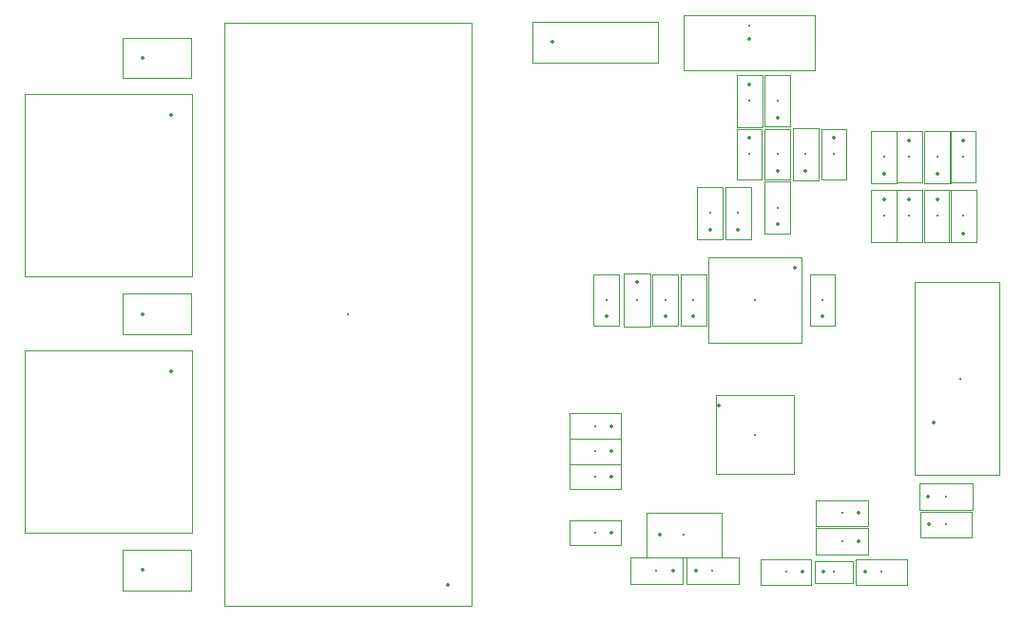
<source format=gbr>
%TF.GenerationSoftware,KiCad,Pcbnew,8.0.3-8.0.3-0~ubuntu22.04.1*%
%TF.CreationDate,2025-01-19T16:46:35+01:00*%
%TF.ProjectId,FT600_RP2040,46543630-305f-4525-9032-3034302e6b69,rev?*%
%TF.SameCoordinates,PX7735940PY61c06a0*%
%TF.FileFunction,Component,L1,Top*%
%TF.FilePolarity,Positive*%
%FSLAX46Y46*%
G04 Gerber Fmt 4.6, Leading zero omitted, Abs format (unit mm)*
G04 Created by KiCad (PCBNEW 8.0.3-8.0.3-0~ubuntu22.04.1) date 2025-01-19 16:46:35*
%MOMM*%
%LPD*%
G01*
G04 APERTURE LIST*
%TA.AperFunction,ComponentMain*%
%ADD10C,0.300000*%
%TD*%
%TA.AperFunction,ComponentOutline,Courtyard*%
%ADD11C,0.100000*%
%TD*%
%TA.AperFunction,ComponentPin*%
%ADD12P,0.360000X4X0.000000*%
%TD*%
%TA.AperFunction,ComponentPin*%
%ADD13C,0.100000*%
%TD*%
%TA.AperFunction,ComponentOutline,Footprint*%
%ADD14C,0.100000*%
%TD*%
G04 APERTURE END LIST*
D10*
%TO.C,C5*%
%TO.CFtp,C_1206_3216Metric*%
%TO.CVal,100nF*%
%TO.CLbN,Capacitor_SMD*%
%TO.CMnt,SMD*%
%TO.CRot,180*%
X50500000Y17000000D03*
D11*
X52799999Y18149999D02*
X52799999Y15850001D01*
X48200001Y15850001D01*
X48200001Y18149999D01*
X52799999Y18149999D01*
D12*
%TO.P,C5,1*%
X51975000Y17000000D03*
D13*
%TO.P,C5,2*%
X49025000Y17000000D03*
%TD*%
D10*
%TO.C,J8*%
%TO.CFtp,ZX360DB10P30*%
%TO.CVal,ZX360D-B-10P_30_*%
%TO.CLbN,SamacSys_Parts*%
%TO.CMnt,TH*%
%TO.CRot,90*%
X83000000Y21250000D03*
D11*
X86499999Y29839999D02*
X86499999Y12660001D01*
X79000001Y12660001D01*
X79000001Y29839999D01*
X86499999Y29839999D01*
D12*
%TO.P,J8,1,1*%
X80675000Y17285000D03*
D13*
%TO.P,J8,2,2*%
X80675000Y17935000D03*
%TO.P,J8,3,3*%
X80675000Y18585000D03*
%TO.P,J8,4,4*%
X80675000Y19235000D03*
%TO.P,J8,5,5*%
X80675000Y19885000D03*
%TO.P,J8,6,6*%
X80675000Y23985000D03*
%TO.P,J8,7,7*%
X80675000Y24635000D03*
%TO.P,J8,8,8*%
X80675000Y25285000D03*
%TO.P,J8,9,9*%
X80675000Y25935000D03*
%TO.P,J8,10,10*%
X80675000Y26585000D03*
%TO.P,J8,MH1,MH1*%
X83350000Y14950000D03*
%TO.P,J8,MH2,MH2*%
X83350000Y27550000D03*
%TO.P,J8,MP1,MP1*%
X83350000Y17385000D03*
%TO.P,J8,MP2,MP2*%
X83350000Y19785000D03*
%TO.P,J8,MP3,MP3*%
X83350000Y22585000D03*
%TO.P,J8,MP4,MP4*%
X83350000Y25085000D03*
%TO.P,J8,MP5,MP5*%
X80800000Y27835000D03*
%TO.P,J8,MP6,MP6*%
X80800000Y15485000D03*
%TD*%
D10*
%TO.C,D1*%
%TO.CFtp,LED_0805_2012Metric*%
%TO.CVal,LED*%
%TO.CLbN,LED_SMD*%
%TO.CMnt,SMD*%
%TO.CRot,0*%
X71750000Y4000000D03*
D11*
X73429999Y4949999D02*
X73429999Y3050001D01*
X70070001Y3050001D01*
X70070001Y4949999D01*
X73429999Y4949999D01*
D12*
%TO.P,D1,1,K*%
X70812500Y4000000D03*
D13*
%TO.P,D1,2,A*%
X72687500Y4000000D03*
%TD*%
D10*
%TO.C,R12*%
%TO.CFtp,R_1206_3216Metric*%
%TO.CVal,470R*%
%TO.CLbN,Resistor_SMD*%
%TO.CMnt,SMD*%
%TO.CRot,0*%
X76000000Y4000000D03*
D11*
X78279999Y5119999D02*
X78279999Y2880001D01*
X73720001Y2880001D01*
X73720001Y5119999D01*
X78279999Y5119999D01*
D12*
%TO.P,R12,1*%
X74537500Y4000000D03*
D13*
%TO.P,R12,2*%
X77462500Y4000000D03*
%TD*%
D10*
%TO.C,U1*%
%TO.CFtp,RPi_Pico_SMD*%
%TO.CVal,Pico*%
%TO.CLbN,ICTAMKY_V8*%
%TO.CMnt,TH*%
%TO.CRot,180*%
X28500000Y27000000D03*
D11*
X39499999Y52999999D02*
X39499999Y1000001D01*
X17500001Y1000001D01*
X17500001Y52999999D01*
X39499999Y52999999D01*
D12*
%TO.P,U1,1,GPIO0*%
X37390000Y2870000D03*
D13*
%TO.P,U1,*%
X31225000Y3000000D03*
X30925000Y6030000D03*
X26075000Y6030000D03*
X25775000Y3000000D03*
%TO.P,U1,2,GPIO1*%
X37390000Y5410000D03*
%TO.P,U1,3,GND*%
X37390000Y7950000D03*
%TO.P,U1,4,GPIO2*%
X37390000Y10490000D03*
%TO.P,U1,5,GPIO3*%
X37390000Y13030000D03*
%TO.P,U1,6,GPIO4*%
X37390000Y15570000D03*
%TO.P,U1,7,GPIO5*%
X37390000Y18110000D03*
%TO.P,U1,8,GND*%
X37390000Y20650000D03*
%TO.P,U1,9,GPIO6*%
X37390000Y23190000D03*
%TO.P,U1,10,GPIO7*%
X37390000Y25730000D03*
%TO.P,U1,11,GPIO8*%
X37390000Y28270000D03*
%TO.P,U1,12,GPIO9*%
X37390000Y30810000D03*
%TO.P,U1,13,GND*%
X37390000Y33350000D03*
%TO.P,U1,14,GPIO10*%
X37390000Y35890000D03*
%TO.P,U1,15,GPIO11*%
X37390000Y38430000D03*
%TO.P,U1,16,GPIO12*%
X37390000Y40970000D03*
%TO.P,U1,17,GPIO13*%
X37390000Y43510000D03*
%TO.P,U1,18,GND*%
X37390000Y46050000D03*
%TO.P,U1,19,GPIO14*%
X37390000Y48590000D03*
%TO.P,U1,20,GPIO15*%
X37390000Y51130000D03*
%TO.P,U1,21,GPIO16*%
X19610000Y51130000D03*
%TO.P,U1,22,GPIO17*%
X19610000Y48590000D03*
%TO.P,U1,23,GND*%
X19610000Y46050000D03*
%TO.P,U1,24,GPIO18*%
X19610000Y43510000D03*
%TO.P,U1,25,GPIO19*%
X19610000Y40970000D03*
%TO.P,U1,26,GPIO20*%
X19610000Y38430000D03*
%TO.P,U1,27,GPIO21*%
X19610000Y35890000D03*
%TO.P,U1,28,GND*%
X19610000Y33350000D03*
%TO.P,U1,29,GPIO22*%
X19610000Y30810000D03*
%TO.P,U1,30,RUN*%
X19610000Y28270000D03*
%TO.P,U1,31,GPIO26_ADC0*%
X19610000Y25730000D03*
%TO.P,U1,32,GPIO27_ADC1*%
X19610000Y23190000D03*
%TO.P,U1,33,AGND*%
X19610000Y20650000D03*
%TO.P,U1,34,GPIO28_ADC2*%
X19610000Y18110000D03*
%TO.P,U1,35,ADC_VREF*%
X19610000Y15570000D03*
%TO.P,U1,36,3V3*%
X19610000Y13030000D03*
%TO.P,U1,37,3V3_EN*%
X19610000Y10490000D03*
%TO.P,U1,38,GND*%
X19610000Y7950000D03*
%TO.P,U1,39,VSYS*%
X19610000Y5410000D03*
%TO.P,U1,40,VBUS*%
X19610000Y2870000D03*
%TO.P,U1,41,SWCLK*%
X31040000Y50900000D03*
%TO.P,U1,42,GND*%
X28500000Y50900000D03*
%TO.P,U1,43,SWDIO*%
X25960000Y50900000D03*
%TD*%
D10*
%TO.C,C13*%
%TO.CFtp,C_1206_3216Metric*%
%TO.CVal,18pF*%
%TO.CLbN,Capacitor_SMD*%
%TO.CMnt,SMD*%
%TO.CRot,180*%
X55975000Y4125000D03*
D11*
X58274999Y5274999D02*
X58274999Y2975001D01*
X53675001Y2975001D01*
X53675001Y5274999D01*
X58274999Y5274999D01*
D12*
%TO.P,C13,1*%
X57450000Y4125000D03*
D13*
%TO.P,C13,2*%
X54500000Y4125000D03*
%TD*%
D10*
%TO.C,R10*%
%TO.CFtp,R_1206_3216Metric*%
%TO.CVal,10K*%
%TO.CLbN,Resistor_SMD*%
%TO.CMnt,SMD*%
%TO.CRot,180*%
X50537500Y12500000D03*
D11*
X52817499Y13619999D02*
X52817499Y11380001D01*
X48257501Y11380001D01*
X48257501Y13619999D01*
X52817499Y13619999D01*
D12*
%TO.P,R10,1*%
X52000000Y12500000D03*
D13*
%TO.P,R10,2*%
X49075000Y12500000D03*
%TD*%
D10*
%TO.C,J4*%
%TO.CFtp,PinHeader_1x02_P2.54mm_Vertical*%
%TO.CVal,22-23-2021*%
%TO.CLbN,Connector_PinHeader_2.54mm*%
%TO.CMnt,TH*%
%TO.CRot,90*%
X10225000Y49830000D03*
D11*
X14574999Y51629999D02*
X14574999Y48030001D01*
X8425001Y48030001D01*
X8425001Y51629999D01*
X14574999Y51629999D01*
D12*
%TO.P,J4,1,Pin_1*%
X10225000Y49830000D03*
D13*
%TO.P,J4,2,Pin_2*%
X12765000Y49830000D03*
%TD*%
D10*
%TO.C,Y1*%
%TO.CFtp,Crystal_SMD_Abracon_ABM7-2Pin_6.0x3.5mm*%
%TO.CVal,30Mhz*%
%TO.CLbN,Crystal*%
%TO.CMnt,SMD*%
%TO.CRot,0*%
X58400000Y7300000D03*
D11*
X61749999Y9299999D02*
X61749999Y5300001D01*
X55050001Y5300001D01*
X55050001Y9299999D01*
X61749999Y9299999D01*
D12*
%TO.P,Y1,1,1*%
X56250000Y7300000D03*
D13*
%TO.P,Y1,2,2*%
X60550000Y7300000D03*
%TD*%
D10*
%TO.C,R1*%
%TO.CFtp,R_1206_3216Metric*%
%TO.CVal,56*%
%TO.CLbN,Resistor_SMD*%
%TO.CMnt,SMD*%
%TO.CRot,90*%
X66750000Y46000000D03*
D11*
X67869999Y48279999D02*
X67869999Y43720001D01*
X65630001Y43720001D01*
X65630001Y48279999D01*
X67869999Y48279999D01*
D12*
%TO.P,R1,1*%
X66750000Y44537500D03*
D13*
%TO.P,R1,2*%
X66750000Y47462500D03*
%TD*%
D10*
%TO.C,R11*%
%TO.CFtp,R_1206_3216Metric*%
%TO.CVal,10K*%
%TO.CLbN,Resistor_SMD*%
%TO.CMnt,SMD*%
%TO.CRot,180*%
X50500000Y7500000D03*
D11*
X52779999Y8619999D02*
X52779999Y6380001D01*
X48220001Y6380001D01*
X48220001Y8619999D01*
X52779999Y8619999D01*
D12*
%TO.P,R11,1*%
X51962500Y7500000D03*
D13*
%TO.P,R11,2*%
X49037500Y7500000D03*
%TD*%
D10*
%TO.C,J3*%
%TO.CFtp,PinSocket_2x06_P2.54mm_Horizontal*%
%TO.CVal,90122-0126*%
%TO.CLbN,Connector_PinSocket_2.54mm*%
%TO.CMnt,TH*%
%TO.CRot,0*%
X12790000Y21920000D03*
D11*
X14589999Y23719999D02*
X14589999Y7470001D01*
X-259999Y7470001D01*
X-259999Y23719999D01*
X14589999Y23719999D01*
D12*
%TO.P,J3,1,1*%
X12790000Y21920000D03*
D13*
%TO.P,J3,2,2*%
X10250000Y21920000D03*
%TO.P,J3,3,3*%
X12790000Y19380000D03*
%TO.P,J3,4,4*%
X10250000Y19380000D03*
%TO.P,J3,5,5*%
X12790000Y16840000D03*
%TO.P,J3,6,6*%
X10250000Y16840000D03*
%TO.P,J3,7,7*%
X12790000Y14300000D03*
%TO.P,J3,8,8*%
X10250000Y14300000D03*
%TO.P,J3,9,9*%
X12790000Y11760000D03*
%TO.P,J3,10,10*%
X10250000Y11760000D03*
%TO.P,J3,11,11*%
X12790000Y9220000D03*
%TO.P,J3,12,12*%
X10250000Y9220000D03*
%TD*%
D10*
%TO.C,R4*%
%TO.CFtp,R_1206_3216Metric*%
%TO.CVal,220*%
%TO.CLbN,Resistor_SMD*%
%TO.CMnt,SMD*%
%TO.CRot,90*%
X66750000Y41250000D03*
D11*
X67869999Y43529999D02*
X67869999Y38970001D01*
X65630001Y38970001D01*
X65630001Y43529999D01*
X67869999Y43529999D01*
D12*
%TO.P,R4,1*%
X66750000Y39787500D03*
D13*
%TO.P,R4,2*%
X66750000Y42712500D03*
%TD*%
D10*
%TO.C,C9*%
%TO.CFtp,C_1206_3216Metric*%
%TO.CVal,22uF*%
%TO.CLbN,Capacitor_SMD*%
%TO.CMnt,SMD*%
%TO.CRot,90*%
X59250000Y28250000D03*
D11*
X60399999Y30549999D02*
X60399999Y25950001D01*
X58100001Y25950001D01*
X58100001Y30549999D01*
X60399999Y30549999D01*
D12*
%TO.P,C9,1*%
X59250000Y26775000D03*
D13*
%TO.P,C9,2*%
X59250000Y29725000D03*
%TD*%
D10*
%TO.C,C12*%
%TO.CFtp,C_1206_3216Metric*%
%TO.CVal,100nF*%
%TO.CLbN,Capacitor_SMD*%
%TO.CMnt,SMD*%
%TO.CRot,90*%
X60750000Y36000000D03*
D11*
X61899999Y38299999D02*
X61899999Y33700001D01*
X59600001Y33700001D01*
X59600001Y38299999D01*
X61899999Y38299999D01*
D12*
%TO.P,C12,1*%
X60750000Y34525000D03*
D13*
%TO.P,C12,2*%
X60750000Y37475000D03*
%TD*%
D10*
%TO.C,J7*%
%TO.CFtp,AMPHENOL_132357-11*%
%TO.CVal,Conn_Coaxial*%
%TO.CLbN,ICTAMKY_V8*%
%TO.CMnt,Other*%
%TO.CRot,-90*%
X64250000Y52750000D03*
D14*
X70100000Y53625000D02*
X58400000Y53625000D01*
X58400000Y48725000D01*
X70100000Y48725000D01*
X70100000Y53625000D01*
D12*
%TO.P,J7,1,In*%
X64250000Y51500000D03*
D13*
%TO.P,J7,2,Ext*%
X68500000Y51175000D03*
X60000000Y51175000D03*
%TD*%
D10*
%TO.C,R7*%
%TO.CFtp,R_1206_3216Metric*%
%TO.CVal,10K*%
%TO.CLbN,Resistor_SMD*%
%TO.CMnt,SMD*%
%TO.CRot,90*%
X70750000Y28250000D03*
D11*
X71869999Y30529999D02*
X71869999Y25970001D01*
X69630001Y25970001D01*
X69630001Y30529999D01*
X71869999Y30529999D01*
D12*
%TO.P,R7,1*%
X70750000Y26787500D03*
D13*
%TO.P,R7,2*%
X70750000Y29712500D03*
%TD*%
D10*
%TO.C,U2*%
%TO.CFtp,FT600Q-B-T*%
%TO.CVal,FT600Q-B-T*%
%TO.CLbN,ICTAMKY_V8*%
%TO.CMnt,SMD*%
%TO.CRot,0*%
X64750000Y16250000D03*
D14*
X61250000Y19750000D02*
X61250000Y12750000D01*
X68250000Y12750000D01*
X68250000Y19750000D01*
X61250000Y19750000D01*
D12*
%TO.P,U2,1,AVDD*%
X61500000Y18850000D03*
D13*
%TO.P,U2,2,BE_0*%
X61500000Y18450000D03*
%TO.P,U2,3,BE_1*%
X61500000Y18050000D03*
%TO.P,U2,4,TXE_N*%
X61500000Y17650000D03*
%TO.P,U2,5,RXF_N*%
X61500000Y17250000D03*
%TO.P,U2,6,SIWU_N*%
X61500000Y16850000D03*
%TO.P,U2,7,WR_N*%
X61500000Y16450000D03*
%TO.P,U2,8,RD_N*%
X61500000Y16050000D03*
%TO.P,U2,9,OE_N*%
X61500000Y15650000D03*
%TO.P,U2,10,RESET_N*%
X61500000Y15250000D03*
%TO.P,U2,11,WAKEUP_N*%
X61500000Y14850000D03*
%TO.P,U2,12,GPIO0*%
X61500000Y14450000D03*
%TO.P,U2,13,GPIO1*%
X61500000Y14050000D03*
%TO.P,U2,14,RESERVE*%
X61500000Y13650000D03*
%TO.P,U2,15,VCC33*%
X62150000Y13000000D03*
%TO.P,U2,16,XI*%
X62550000Y13000000D03*
%TO.P,U2,17,XO*%
X62950000Y13000000D03*
%TO.P,U2,18,DP*%
X63350000Y13000000D03*
%TO.P,U2,19,VCC33*%
X63750000Y13000000D03*
%TO.P,U2,20,DM*%
X64150000Y13000000D03*
%TO.P,U2,21,RREF*%
X64550000Y13000000D03*
%TO.P,U2,22,VDDA*%
X64950000Y13000000D03*
%TO.P,U2,23,VD10*%
X65350000Y13000000D03*
%TO.P,U2,24,TODN*%
X65750000Y13000000D03*
%TO.P,U2,25,TODP*%
X66150000Y13000000D03*
%TO.P,U2,26,VD10*%
X66550000Y13000000D03*
%TO.P,U2,27,RIDN*%
X66950000Y13000000D03*
%TO.P,U2,28,RIDP*%
X67350000Y13000000D03*
%TO.P,U2,29,VBUS*%
X68000000Y13650000D03*
%TO.P,U2,30,VCC33*%
X68000000Y14050000D03*
%TO.P,U2,31,DV10*%
X68000000Y14450000D03*
%TO.P,U2,32,GND*%
X68000000Y14850000D03*
%TO.P,U2,33,DATA_0*%
X68000000Y15250000D03*
%TO.P,U2,34,DATA_1*%
X68000000Y15650000D03*
%TO.P,U2,35,DATA_2*%
X68000000Y16050000D03*
%TO.P,U2,36,DATA_3*%
X68000000Y16450000D03*
%TO.P,U2,37,VD10*%
X68000000Y16850000D03*
%TO.P,U2,38,VCCIO*%
X68000000Y17250000D03*
%TO.P,U2,39,DATA_4*%
X68000000Y17650000D03*
%TO.P,U2,40,DATA_5*%
X68000000Y18050000D03*
%TO.P,U2,41,DATA_6*%
X68000000Y18450000D03*
%TO.P,U2,42,DATA_7*%
X68000000Y18850000D03*
%TO.P,U2,43,CLK*%
X67350000Y19500000D03*
%TO.P,U2,44,VCCIO*%
X66950000Y19500000D03*
%TO.P,U2,45,DATA_8*%
X66550000Y19500000D03*
%TO.P,U2,46,DATA_9*%
X66150000Y19500000D03*
%TO.P,U2,47,DATA_10*%
X65750000Y19500000D03*
%TO.P,U2,48,DATA_11*%
X65350000Y19500000D03*
%TO.P,U2,49,GND*%
X64950000Y19500000D03*
%TO.P,U2,50,VD10*%
X64550000Y19500000D03*
%TO.P,U2,51,GND*%
X64150000Y19500000D03*
%TO.P,U2,52,VCCIO*%
X63750000Y19500000D03*
%TO.P,U2,53,DATA_12*%
X63350000Y19500000D03*
%TO.P,U2,54,DATA_13*%
X62950000Y19500000D03*
%TO.P,U2,55,DATA_14*%
X62550000Y19500000D03*
%TO.P,U2,56,DATA_15*%
X62150000Y19500000D03*
%TO.P,U2,57,EP*%
X64750000Y16250000D03*
%TD*%
D10*
%TO.C,FB1*%
%TO.CFtp,L_1206_3216Metric*%
%TO.CVal,FerriteBead_Small*%
%TO.CLbN,Inductor_SMD*%
%TO.CMnt,SMD*%
%TO.CRot,0*%
X81750000Y10750000D03*
D11*
X84099999Y11949999D02*
X84099999Y9550001D01*
X79400001Y9550001D01*
X79400001Y11949999D01*
X84099999Y11949999D01*
D12*
%TO.P,FB1,1*%
X80175000Y10750000D03*
D13*
%TO.P,FB1,2*%
X83325000Y10750000D03*
%TD*%
D10*
%TO.C,R5*%
%TO.CFtp,R_1206_3216Metric*%
%TO.CVal,1.6K*%
%TO.CLbN,Resistor_SMD*%
%TO.CMnt,SMD*%
%TO.CRot,180*%
X67500000Y4000000D03*
D11*
X69779999Y5119999D02*
X69779999Y2880001D01*
X65220001Y2880001D01*
X65220001Y5119999D01*
X69779999Y5119999D01*
D12*
%TO.P,R5,1*%
X68962500Y4000000D03*
D13*
%TO.P,R5,2*%
X66037500Y4000000D03*
%TD*%
D10*
%TO.C,C10*%
%TO.CFtp,C_1206_3216Metric*%
%TO.CVal,100nF*%
%TO.CLbN,Capacitor_SMD*%
%TO.CMnt,SMD*%
%TO.CRot,90*%
X66750000Y36500000D03*
D11*
X67899999Y38799999D02*
X67899999Y34200001D01*
X65600001Y34200001D01*
X65600001Y38799999D01*
X67899999Y38799999D01*
D12*
%TO.P,C10,1*%
X66750000Y35025000D03*
D13*
%TO.P,C10,2*%
X66750000Y37975000D03*
%TD*%
D10*
%TO.C,C15*%
%TO.CFtp,C_1206_3216Metric*%
%TO.CVal,18pF*%
%TO.CLbN,Capacitor_SMD*%
%TO.CMnt,SMD*%
%TO.CRot,0*%
X60975000Y4125000D03*
D11*
X63274999Y5274999D02*
X63274999Y2975001D01*
X58675001Y2975001D01*
X58675001Y5274999D01*
X63274999Y5274999D01*
D12*
%TO.P,C15,1*%
X59500000Y4125000D03*
D13*
%TO.P,C15,2*%
X62450000Y4125000D03*
%TD*%
D10*
%TO.C,C11*%
%TO.CFtp,C_1206_3216Metric*%
%TO.CVal,100nF*%
%TO.CLbN,Capacitor_SMD*%
%TO.CMnt,SMD*%
%TO.CRot,90*%
X56750000Y28250000D03*
D11*
X57899999Y30549999D02*
X57899999Y25950001D01*
X55600001Y25950001D01*
X55600001Y30549999D01*
X57899999Y30549999D01*
D12*
%TO.P,C11,1*%
X56750000Y26775000D03*
D13*
%TO.P,C11,2*%
X56750000Y29725000D03*
%TD*%
D10*
%TO.C,C16*%
%TO.CFtp,C_1206_3216Metric*%
%TO.CVal,100nF*%
%TO.CLbN,Capacitor_SMD*%
%TO.CMnt,SMD*%
%TO.CRot,180*%
X72500000Y6750000D03*
D11*
X74799999Y7899999D02*
X74799999Y5600001D01*
X70200001Y5600001D01*
X70200001Y7899999D01*
X74799999Y7899999D01*
D12*
%TO.P,C16,1*%
X73975000Y6750000D03*
D13*
%TO.P,C16,2*%
X71025000Y6750000D03*
%TD*%
D10*
%TO.C,C18*%
%TO.CFtp,C_1206_3216Metric*%
%TO.CVal,100nF*%
%TO.CLbN,Capacitor_SMD*%
%TO.CMnt,SMD*%
%TO.CRot,180*%
X72500000Y9250000D03*
D11*
X74799999Y10399999D02*
X74799999Y8100001D01*
X70200001Y8100001D01*
X70200001Y10399999D01*
X74799999Y10399999D01*
D12*
%TO.P,C18,1*%
X73975000Y9250000D03*
D13*
%TO.P,C18,2*%
X71025000Y9250000D03*
%TD*%
D10*
%TO.C,C17*%
%TO.CFtp,C_1206_3216Metric*%
%TO.CVal,100nF*%
%TO.CLbN,Capacitor_SMD*%
%TO.CMnt,SMD*%
%TO.CRot,90*%
X63250000Y36000000D03*
D11*
X64399999Y38299999D02*
X64399999Y33700001D01*
X62100001Y33700001D01*
X62100001Y38299999D01*
X64399999Y38299999D01*
D12*
%TO.P,C17,1*%
X63250000Y34525000D03*
D13*
%TO.P,C17,2*%
X63250000Y37475000D03*
%TD*%
D10*
%TO.C,U4*%
%TO.CFtp,TSSOP-24_4.4x7.8mm_P0.65mm*%
%TO.CVal,ADC08100CIMTCX/NOPB(TSSOP-24)*%
%TO.CLbN,Package_SO*%
%TO.CMnt,SMD*%
%TO.CRot,-90*%
X64750000Y28250000D03*
D11*
X68899999Y32099999D02*
X68899999Y24400001D01*
X60600001Y24400001D01*
X60600001Y32099999D01*
X68899999Y32099999D01*
D12*
%TO.P,U4,1,VA*%
X68325000Y31112500D03*
D13*
%TO.P,U4,2,AGND*%
X67675000Y31112500D03*
%TO.P,U4,3,VRT*%
X67025000Y31112500D03*
%TO.P,U4,4,VA*%
X66375000Y31112500D03*
%TO.P,U4,5,AGND*%
X65725000Y31112500D03*
%TO.P,U4,6,VIN*%
X65075000Y31112500D03*
%TO.P,U4,7,GND*%
X64425000Y31112500D03*
%TO.P,U4,8,AGND*%
X63775000Y31112500D03*
%TO.P,U4,9,VRM*%
X63125000Y31112500D03*
%TO.P,U4,10,VRB*%
X62475000Y31112500D03*
%TO.P,U4,11,AGND*%
X61825000Y31112500D03*
%TO.P,U4,12,VA*%
X61175000Y31112500D03*
%TO.P,U4,13,D7*%
X61175000Y25387500D03*
%TO.P,U4,14,D6*%
X61825000Y25387500D03*
%TO.P,U4,15,D5*%
X62475000Y25387500D03*
%TO.P,U4,16,D4*%
X63125000Y25387500D03*
%TO.P,U4,17,DRGND*%
X63775000Y25387500D03*
%TO.P,U4,18,DRVD*%
X64425000Y25387500D03*
%TO.P,U4,19,D3*%
X65075000Y25387500D03*
%TO.P,U4,20,D2*%
X65725000Y25387500D03*
%TO.P,U4,21,D1*%
X66375000Y25387500D03*
%TO.P,U4,22,D0*%
X67025000Y25387500D03*
%TO.P,U4,23,PD*%
X67675000Y25387500D03*
%TO.P,U4,24,CLK*%
X68325000Y25387500D03*
%TD*%
D10*
%TO.C,FB3*%
%TO.CFtp,L_1206_3216Metric*%
%TO.CVal,FerriteBead_Small*%
%TO.CLbN,Inductor_SMD*%
%TO.CMnt,SMD*%
%TO.CRot,90*%
X83250000Y35750000D03*
D11*
X84449999Y38099999D02*
X84449999Y33400001D01*
X82050001Y33400001D01*
X82050001Y38099999D01*
X84449999Y38099999D01*
D12*
%TO.P,FB3,1*%
X83250000Y34175000D03*
D13*
%TO.P,FB3,2*%
X83250000Y37325000D03*
%TD*%
D10*
%TO.C,C20*%
%TO.CFtp,C_1206_3216Metric*%
%TO.CVal,100nF*%
%TO.CLbN,Capacitor_SMD*%
%TO.CMnt,SMD*%
%TO.CRot,90*%
X81000000Y41000000D03*
D11*
X82149999Y43299999D02*
X82149999Y38700001D01*
X79850001Y38700001D01*
X79850001Y43299999D01*
X82149999Y43299999D01*
D12*
%TO.P,C20,1*%
X81000000Y39525000D03*
D13*
%TO.P,C20,2*%
X81000000Y42475000D03*
%TD*%
D10*
%TO.C,R8*%
%TO.CFtp,R_1206_3216Metric*%
%TO.CVal,220*%
%TO.CLbN,Resistor_SMD*%
%TO.CMnt,SMD*%
%TO.CRot,-90*%
X78500000Y41000000D03*
D11*
X79619999Y43279999D02*
X79619999Y38720001D01*
X77380001Y38720001D01*
X77380001Y43279999D01*
X79619999Y43279999D01*
D12*
%TO.P,R8,1*%
X78500000Y42462500D03*
D13*
%TO.P,R8,2*%
X78500000Y39537500D03*
%TD*%
D10*
%TO.C,C6*%
%TO.CFtp,C_1206_3216Metric*%
%TO.CVal,22uF*%
%TO.CLbN,Capacitor_SMD*%
%TO.CMnt,SMD*%
%TO.CRot,-90*%
X78500000Y35750000D03*
D11*
X79649999Y38049999D02*
X79649999Y33450001D01*
X77350001Y33450001D01*
X77350001Y38049999D01*
X79649999Y38049999D01*
D12*
%TO.P,C6,1*%
X78500000Y37225000D03*
D13*
%TO.P,C6,2*%
X78500000Y34275000D03*
%TD*%
D10*
%TO.C,C14*%
%TO.CFtp,C_1206_3216Metric*%
%TO.CVal,4.7uF*%
%TO.CLbN,Capacitor_SMD*%
%TO.CMnt,SMD*%
%TO.CRot,90*%
X51500000Y28250000D03*
D11*
X52649999Y30549999D02*
X52649999Y25950001D01*
X50350001Y25950001D01*
X50350001Y30549999D01*
X52649999Y30549999D01*
D12*
%TO.P,C14,1*%
X51500000Y26775000D03*
D13*
%TO.P,C14,2*%
X51500000Y29725000D03*
%TD*%
D10*
%TO.C,R9*%
%TO.CFtp,R_1206_3216Metric*%
%TO.CVal,110*%
%TO.CLbN,Resistor_SMD*%
%TO.CMnt,SMD*%
%TO.CRot,-90*%
X83250000Y41000000D03*
D11*
X84369999Y43279999D02*
X84369999Y38720001D01*
X82130001Y38720001D01*
X82130001Y43279999D01*
X84369999Y43279999D01*
D12*
%TO.P,R9,1*%
X83250000Y42462500D03*
D13*
%TO.P,R9,2*%
X83250000Y39537500D03*
%TD*%
D10*
%TO.C,R6*%
%TO.CFtp,R_1206_3216Metric*%
%TO.CVal,4.7K*%
%TO.CLbN,Resistor_SMD*%
%TO.CMnt,SMD*%
%TO.CRot,180*%
X50500000Y14750000D03*
D11*
X52779999Y15869999D02*
X52779999Y13630001D01*
X48220001Y13630001D01*
X48220001Y15869999D01*
X52779999Y15869999D01*
D12*
%TO.P,R6,1*%
X51962500Y14750000D03*
D13*
%TO.P,R6,2*%
X49037500Y14750000D03*
%TD*%
D10*
%TO.C,R2*%
%TO.CFtp,R_1206_3216Metric*%
%TO.CVal,110*%
%TO.CLbN,Resistor_SMD*%
%TO.CMnt,SMD*%
%TO.CRot,-90*%
X64250000Y41250000D03*
D11*
X65369999Y43529999D02*
X65369999Y38970001D01*
X63130001Y38970001D01*
X63130001Y43529999D01*
X65369999Y43529999D01*
D12*
%TO.P,R2,1*%
X64250000Y42712500D03*
D13*
%TO.P,R2,2*%
X64250000Y39787500D03*
%TD*%
D10*
%TO.C,C1*%
%TO.CFtp,C_1206_3216Metric*%
%TO.CVal,1uF*%
%TO.CLbN,Capacitor_SMD*%
%TO.CMnt,SMD*%
%TO.CRot,-90*%
X64250000Y46000000D03*
D11*
X65399999Y48299999D02*
X65399999Y43700001D01*
X63100001Y43700001D01*
X63100001Y48299999D01*
X65399999Y48299999D01*
D12*
%TO.P,C1,1*%
X64250000Y47475000D03*
D13*
%TO.P,C1,2*%
X64250000Y44525000D03*
%TD*%
D10*
%TO.C,C21*%
%TO.CFtp,C_1206_3216Metric*%
%TO.CVal,100nF*%
%TO.CLbN,Capacitor_SMD*%
%TO.CMnt,SMD*%
%TO.CRot,0*%
X81750000Y8250000D03*
D11*
X84049999Y9399999D02*
X84049999Y7100001D01*
X79450001Y7100001D01*
X79450001Y9399999D01*
X84049999Y9399999D01*
D12*
%TO.P,C21,1*%
X80275000Y8250000D03*
D13*
%TO.P,C21,2*%
X83225000Y8250000D03*
%TD*%
D10*
%TO.C,J5*%
%TO.CFtp,PinSocket_2x06_P2.54mm_Horizontal*%
%TO.CVal,90122-0126*%
%TO.CLbN,Connector_PinSocket_2.54mm*%
%TO.CMnt,TH*%
%TO.CRot,0*%
X12790000Y44780000D03*
D11*
X14589999Y46579999D02*
X14589999Y30330001D01*
X-259999Y30330001D01*
X-259999Y46579999D01*
X14589999Y46579999D01*
D12*
%TO.P,J5,1,1*%
X12790000Y44780000D03*
D13*
%TO.P,J5,2,2*%
X10250000Y44780000D03*
%TO.P,J5,3,3*%
X12790000Y42240000D03*
%TO.P,J5,4,4*%
X10250000Y42240000D03*
%TO.P,J5,5,5*%
X12790000Y39700000D03*
%TO.P,J5,6,6*%
X10250000Y39700000D03*
%TO.P,J5,7,7*%
X12790000Y37160000D03*
%TO.P,J5,8,8*%
X10250000Y37160000D03*
%TO.P,J5,9,9*%
X12790000Y34620000D03*
%TO.P,J5,10,10*%
X10250000Y34620000D03*
%TO.P,J5,11,11*%
X12790000Y32080000D03*
%TO.P,J5,12,12*%
X10250000Y32080000D03*
%TD*%
D10*
%TO.C,FB2*%
%TO.CFtp,L_1206_3216Metric*%
%TO.CVal,FerriteBead_Small*%
%TO.CLbN,Inductor_SMD*%
%TO.CMnt,SMD*%
%TO.CRot,-90*%
X54250000Y28250000D03*
D11*
X55449999Y30599999D02*
X55449999Y25900001D01*
X53050001Y25900001D01*
X53050001Y30599999D01*
X55449999Y30599999D01*
D12*
%TO.P,FB2,1*%
X54250000Y29825000D03*
D13*
%TO.P,FB2,2*%
X54250000Y26675000D03*
%TD*%
D10*
%TO.C,C8*%
%TO.CFtp,C_1206_3216Metric*%
%TO.CVal,100nF*%
%TO.CLbN,Capacitor_SMD*%
%TO.CMnt,SMD*%
%TO.CRot,-90*%
X76250000Y35750000D03*
D11*
X77399999Y38049999D02*
X77399999Y33450001D01*
X75100001Y33450001D01*
X75100001Y38049999D01*
X77399999Y38049999D01*
D12*
%TO.P,C8,1*%
X76250000Y37225000D03*
D13*
%TO.P,C8,2*%
X76250000Y34275000D03*
%TD*%
D10*
%TO.C,R3*%
%TO.CFtp,R_1206_3216Metric*%
%TO.CVal,110*%
%TO.CLbN,Resistor_SMD*%
%TO.CMnt,SMD*%
%TO.CRot,-90*%
X71750000Y41250000D03*
D11*
X72869999Y43529999D02*
X72869999Y38970001D01*
X70630001Y38970001D01*
X70630001Y43529999D01*
X72869999Y43529999D01*
D12*
%TO.P,R3,1*%
X71750000Y42712500D03*
D13*
%TO.P,R3,2*%
X71750000Y39787500D03*
%TD*%
D10*
%TO.C,J6*%
%TO.CFtp,PinHeader_1x02_P2.54mm_Vertical*%
%TO.CVal,22-23-2021*%
%TO.CLbN,Connector_PinHeader_2.54mm*%
%TO.CMnt,TH*%
%TO.CRot,90*%
X10225000Y4170000D03*
D11*
X14574999Y5969999D02*
X14574999Y2370001D01*
X8425001Y2370001D01*
X8425001Y5969999D01*
X14574999Y5969999D01*
D12*
%TO.P,J6,1,Pin_1*%
X10225000Y4170000D03*
D13*
%TO.P,J6,2,Pin_2*%
X12765000Y4170000D03*
%TD*%
D10*
%TO.C,C19*%
%TO.CFtp,C_1206_3216Metric*%
%TO.CVal,1uF*%
%TO.CLbN,Capacitor_SMD*%
%TO.CMnt,SMD*%
%TO.CRot,90*%
X76250000Y41000000D03*
D11*
X77399999Y43299999D02*
X77399999Y38700001D01*
X75100001Y38700001D01*
X75100001Y43299999D01*
X77399999Y43299999D01*
D12*
%TO.P,C19,1*%
X76250000Y39525000D03*
D13*
%TO.P,C19,2*%
X76250000Y42475000D03*
%TD*%
D10*
%TO.C,C2*%
%TO.CFtp,C_1206_3216Metric*%
%TO.CVal,1uF*%
%TO.CLbN,Capacitor_SMD*%
%TO.CMnt,SMD*%
%TO.CRot,90*%
X69250000Y41250000D03*
D11*
X70399999Y43549999D02*
X70399999Y38950001D01*
X68100001Y38950001D01*
X68100001Y43549999D01*
X70399999Y43549999D01*
D12*
%TO.P,C2,1*%
X69250000Y39775000D03*
D13*
%TO.P,C2,2*%
X69250000Y42725000D03*
%TD*%
D10*
%TO.C,C7*%
%TO.CFtp,C_1206_3216Metric*%
%TO.CVal,22uF*%
%TO.CLbN,Capacitor_SMD*%
%TO.CMnt,SMD*%
%TO.CRot,-90*%
X81000000Y35750000D03*
D11*
X82149999Y38049999D02*
X82149999Y33450001D01*
X79850001Y33450001D01*
X79850001Y38049999D01*
X82149999Y38049999D01*
D12*
%TO.P,C7,1*%
X81000000Y37225000D03*
D13*
%TO.P,C7,2*%
X81000000Y34275000D03*
%TD*%
D10*
%TO.C,J1*%
%TO.CFtp,PinHeader_1x04_P2.54mm_Vertical*%
%TO.CVal,Conn_01x04*%
%TO.CLbN,Connector_PinHeader_2.54mm*%
%TO.CMnt,TH*%
%TO.CRot,90*%
X46700000Y51250000D03*
D11*
X56099999Y53049999D02*
X56099999Y49450001D01*
X44900001Y49450001D01*
X44900001Y53049999D01*
X56099999Y53049999D01*
D12*
%TO.P,J1,1,Pin_1*%
X46700000Y51250000D03*
D13*
%TO.P,J1,2,Pin_2*%
X49240000Y51250000D03*
%TO.P,J1,3,Pin_3*%
X51780000Y51250000D03*
%TO.P,J1,4,Pin_4*%
X54320000Y51250000D03*
%TD*%
D10*
%TO.C,J2*%
%TO.CFtp,PinHeader_1x02_P2.54mm_Vertical*%
%TO.CVal,22-23-2021*%
%TO.CLbN,Connector_PinHeader_2.54mm*%
%TO.CMnt,TH*%
%TO.CRot,90*%
X10225000Y27000000D03*
D11*
X14574999Y28799999D02*
X14574999Y25200001D01*
X8425001Y25200001D01*
X8425001Y28799999D01*
X14574999Y28799999D01*
D12*
%TO.P,J2,1,Pin_1*%
X10225000Y27000000D03*
D13*
%TO.P,J2,2,Pin_2*%
X12765000Y27000000D03*
%TD*%
M02*

</source>
